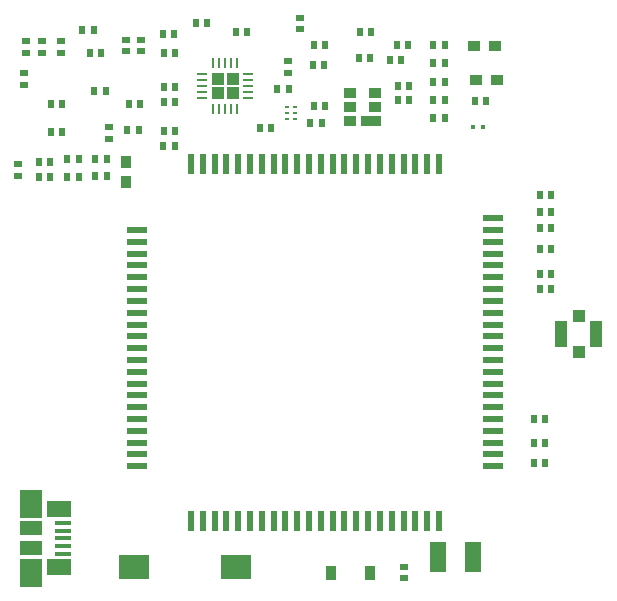
<source format=gbr>
G04 #@! TF.FileFunction,Paste,Top*
%FSLAX46Y46*%
G04 Gerber Fmt 4.6, Leading zero omitted, Abs format (unit mm)*
G04 Created by KiCad (PCBNEW 4.0.5+dfsg1-4) date Tue Aug 14 14:25:04 2018*
%MOMM*%
%LPD*%
G01*
G04 APERTURE LIST*
%ADD10C,0.100000*%
%ADD11R,0.590000X0.640000*%
%ADD12R,0.640000X0.590000*%
%ADD13R,1.425000X2.650000*%
%ADD14R,0.900000X1.200000*%
%ADD15R,0.300000X0.400000*%
%ADD16R,1.050000X0.950000*%
%ADD17R,1.700000X0.810000*%
%ADD18R,1.050000X0.810000*%
%ADD19R,0.950000X1.050000*%
%ADD20R,1.380000X0.450000*%
%ADD21R,2.100000X1.475000*%
%ADD22R,1.900000X2.375000*%
%ADD23R,1.900000X1.175000*%
%ADD24R,2.500000X2.000000*%
%ADD25R,1.050000X2.200000*%
%ADD26R,1.000000X1.000000*%
%ADD27R,1.800000X0.600000*%
%ADD28R,0.600000X1.800000*%
%ADD29R,0.330000X0.270000*%
%ADD30R,1.080000X1.080000*%
%ADD31R,0.825000X0.250000*%
%ADD32R,0.250000X0.825000*%
G04 APERTURE END LIST*
D10*
D11*
X69815000Y-83700000D03*
X70785000Y-83700000D03*
X53115000Y-94700000D03*
X54085000Y-94700000D03*
X56485000Y-94450000D03*
X55515000Y-94450000D03*
X63715000Y-88400000D03*
X64685000Y-88400000D03*
X53115000Y-96000000D03*
X54085000Y-96000000D03*
X56495000Y-96010000D03*
X55525000Y-96010000D03*
X57915000Y-94460000D03*
X58885000Y-94460000D03*
X57915000Y-95920000D03*
X58885000Y-95920000D03*
D12*
X74200000Y-87185000D03*
X74200000Y-86215000D03*
D11*
X71815000Y-91900000D03*
X72785000Y-91900000D03*
D12*
X51400000Y-94915000D03*
X51400000Y-95885000D03*
D11*
X64685000Y-85500000D03*
X63715000Y-85500000D03*
X64585000Y-83900000D03*
X63615000Y-83900000D03*
X76415000Y-84800000D03*
X77385000Y-84800000D03*
X87485000Y-86400000D03*
X86515000Y-86400000D03*
D12*
X75200000Y-83485000D03*
X75200000Y-82515000D03*
D11*
X87485000Y-84800000D03*
X86515000Y-84800000D03*
D13*
X86912500Y-128200000D03*
X89887500Y-128200000D03*
D11*
X83415000Y-84800000D03*
X84385000Y-84800000D03*
D12*
X84000000Y-129985000D03*
X84000000Y-129015000D03*
D11*
X81185000Y-85900000D03*
X80215000Y-85900000D03*
X80315000Y-83700000D03*
X81285000Y-83700000D03*
X76115000Y-91400000D03*
X77085000Y-91400000D03*
D12*
X61800000Y-85385000D03*
X61800000Y-84415000D03*
D11*
X87485000Y-88000000D03*
X86515000Y-88000000D03*
X66415000Y-83000000D03*
X67385000Y-83000000D03*
X63715000Y-92100000D03*
X64685000Y-92100000D03*
D12*
X53400000Y-84515000D03*
X53400000Y-85485000D03*
D11*
X58385000Y-85500000D03*
X57415000Y-85500000D03*
X63675000Y-93410000D03*
X64645000Y-93410000D03*
D12*
X52000000Y-84515000D03*
X52000000Y-85485000D03*
X51900000Y-87215000D03*
X51900000Y-88185000D03*
D11*
X54115000Y-89800000D03*
X55085000Y-89800000D03*
X83785000Y-86100000D03*
X82815000Y-86100000D03*
X86515000Y-91000000D03*
X87485000Y-91000000D03*
X95976300Y-120205500D03*
X95006300Y-120205500D03*
X95515000Y-100300000D03*
X96485000Y-100300000D03*
X84485000Y-89500000D03*
X83515000Y-89500000D03*
X84485000Y-88300000D03*
X83515000Y-88300000D03*
X95985000Y-116500000D03*
X95015000Y-116500000D03*
X96485000Y-97500000D03*
X95515000Y-97500000D03*
X55085000Y-92200000D03*
X54115000Y-92200000D03*
D14*
X81150000Y-129500000D03*
X77850000Y-129500000D03*
D15*
X90750000Y-91800000D03*
X89850000Y-91800000D03*
D11*
X76415000Y-90000000D03*
X77385000Y-90000000D03*
X57785000Y-83600000D03*
X56815000Y-83600000D03*
D12*
X59100000Y-91815000D03*
X59100000Y-92785000D03*
D11*
X63715000Y-89700000D03*
X64685000Y-89700000D03*
D16*
X91875000Y-87800000D03*
X90125000Y-87800000D03*
D11*
X73315000Y-88600000D03*
X74285000Y-88600000D03*
X60715000Y-89800000D03*
X61685000Y-89800000D03*
D12*
X60500000Y-84415000D03*
X60500000Y-85385000D03*
D11*
X96485000Y-102100000D03*
X95515000Y-102100000D03*
X96485000Y-104200000D03*
X95515000Y-104200000D03*
D12*
X55000000Y-84515000D03*
X55000000Y-85485000D03*
D11*
X60615000Y-92000000D03*
X61585000Y-92000000D03*
X58785000Y-88700000D03*
X57815000Y-88700000D03*
X95515000Y-105500000D03*
X96485000Y-105500000D03*
X77285000Y-86500000D03*
X76315000Y-86500000D03*
X86515000Y-89500000D03*
X87485000Y-89500000D03*
X95985000Y-118500000D03*
X95015000Y-118500000D03*
X96485000Y-99000000D03*
X95515000Y-99000000D03*
X90985000Y-89600000D03*
X90015000Y-89600000D03*
D17*
X81275000Y-91290000D03*
D18*
X81600000Y-90100000D03*
X81600000Y-88910000D03*
X79450000Y-88910000D03*
X79450000Y-90100000D03*
X79450000Y-91290000D03*
D19*
X60500000Y-96455000D03*
X60500000Y-94705000D03*
D16*
X89975000Y-84890000D03*
X91725000Y-84890000D03*
D20*
X55160000Y-125300000D03*
X55160000Y-125950000D03*
X55160000Y-126600000D03*
X55160000Y-127250000D03*
X55160000Y-127900000D03*
D21*
X54800000Y-124137500D03*
X54800000Y-129062500D03*
D22*
X52500000Y-123690000D03*
X52500000Y-129510000D03*
D23*
X52500000Y-125760000D03*
X52500000Y-127440000D03*
D24*
X69780000Y-129000000D03*
X61220000Y-129000000D03*
D25*
X100319100Y-109296200D03*
X97369100Y-109296200D03*
D26*
X98844100Y-110796200D03*
X98844100Y-107796200D03*
D27*
X61400000Y-100500000D03*
X61400000Y-101500000D03*
X61400000Y-102500000D03*
X61400000Y-103500000D03*
X61400000Y-104500000D03*
X61400000Y-105500000D03*
X61400000Y-106500000D03*
X61400000Y-107500000D03*
X61400000Y-108500000D03*
X61400000Y-109500000D03*
X61400000Y-110500000D03*
X61400000Y-111500000D03*
X61400000Y-112500000D03*
X61400000Y-113500000D03*
X61400000Y-114500000D03*
X61400000Y-115500000D03*
X61400000Y-116500000D03*
X61400000Y-117500000D03*
X61400000Y-118500000D03*
X61400000Y-119500000D03*
X61400000Y-120500000D03*
D28*
X66000000Y-125100000D03*
X67000000Y-125100000D03*
X68000000Y-125100000D03*
X69000000Y-125100000D03*
X70000000Y-125100000D03*
X71000000Y-125100000D03*
X72000000Y-125100000D03*
X73000000Y-125100000D03*
X74000000Y-125100000D03*
X75000000Y-125100000D03*
X76000000Y-125100000D03*
X77000000Y-125100000D03*
X78000000Y-125100000D03*
X79000000Y-125100000D03*
X80000000Y-125100000D03*
X81000000Y-125100000D03*
X82000000Y-125100000D03*
X83000000Y-125100000D03*
X84000000Y-125100000D03*
X85000000Y-125100000D03*
X86000000Y-125100000D03*
X87000000Y-125100000D03*
D27*
X91600000Y-120500000D03*
X91600000Y-119500000D03*
X91600000Y-118500000D03*
X91600000Y-117500000D03*
X91600000Y-116500000D03*
X91600000Y-115500000D03*
X91600000Y-114500000D03*
X91600000Y-113500000D03*
X91600000Y-112500000D03*
X91600000Y-111500000D03*
X91600000Y-110500000D03*
X91600000Y-109500000D03*
X91600000Y-108500000D03*
X91600000Y-107500000D03*
X91600000Y-106500000D03*
X91600000Y-105500000D03*
X91600000Y-104500000D03*
X91600000Y-103500000D03*
X91600000Y-102500000D03*
X91600000Y-101500000D03*
X91600000Y-100500000D03*
X91600000Y-99500000D03*
D28*
X87000000Y-94900000D03*
X86000000Y-94900000D03*
X85000000Y-94900000D03*
X84000000Y-94900000D03*
X83000000Y-94900000D03*
X82000000Y-94900000D03*
X81000000Y-94900000D03*
X80000000Y-94900000D03*
X79000000Y-94900000D03*
X78000000Y-94900000D03*
X77000000Y-94900000D03*
X76000000Y-94900000D03*
X75000000Y-94900000D03*
X74000000Y-94900000D03*
X73000000Y-94900000D03*
X72000000Y-94900000D03*
X71000000Y-94900000D03*
X70000000Y-94900000D03*
X69000000Y-94900000D03*
X68000000Y-94900000D03*
X67000000Y-94900000D03*
X66000000Y-94900000D03*
D29*
X74840000Y-91100000D03*
X74840000Y-90600000D03*
X74840000Y-90100000D03*
X74160000Y-90100000D03*
X74160000Y-90600000D03*
X74160000Y-91100000D03*
D30*
X68275000Y-87675000D03*
X68275000Y-88925000D03*
X69525000Y-87675000D03*
X69525000Y-88925000D03*
D31*
X66962500Y-87300000D03*
X66962500Y-87800000D03*
X66962500Y-88300000D03*
X66962500Y-88800000D03*
X66962500Y-89300000D03*
D32*
X67900000Y-90237500D03*
X68400000Y-90237500D03*
X68900000Y-90237500D03*
X69400000Y-90237500D03*
X69900000Y-90237500D03*
D31*
X70837500Y-89300000D03*
X70837500Y-88800000D03*
X70837500Y-88300000D03*
X70837500Y-87800000D03*
X70837500Y-87300000D03*
D32*
X69900000Y-86362500D03*
X69400000Y-86362500D03*
X68900000Y-86362500D03*
X68400000Y-86362500D03*
X67900000Y-86362500D03*
M02*

</source>
